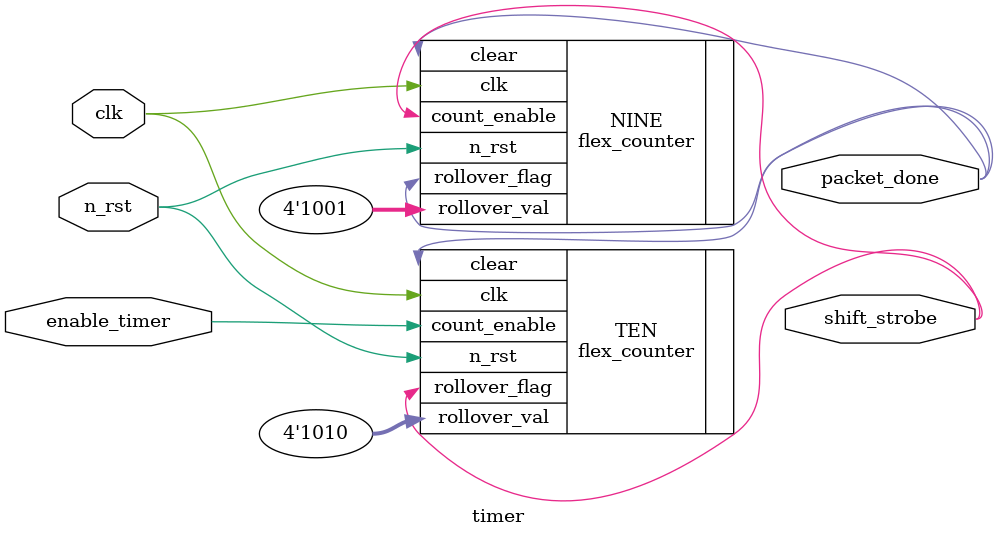
<source format=sv>
module timer
  (
   input wire clk,
   input wire n_rst,
   input wire enable_timer,
   output wire shift_strobe,
   output wire packet_done
   );
   wire        c;
   
   //reg 	       shift_strobe_r;
   //reg 	       packet_done_r;
   //reg [3:0] count_out10;
   //reg [3:0] count_out9;
   //assign shift_strobe = shift_strobe_r;
   //assign packet_done = packet_done_r;
   
   

   flex_counter #(4) TEN
     (
      .clk(clk),
      .n_rst(n_rst),
      .clear(packet_done),
      .count_enable(enable_timer),
      .rollover_val(4'b1010),
      //.count_out(count_out10),
      .rollover_flag(shift_strobe)
      );
   flex_counter #(4) NINE
     (
      .clk(clk),
      .n_rst(n_rst),
      .clear(packet_done),
      .count_enable(shift_strobe),
      .rollover_val(4'b1001),
      //.count_out(count_out9),
      .rollover_flag(packet_done)
      );
endmodule // timer

      
  

</source>
